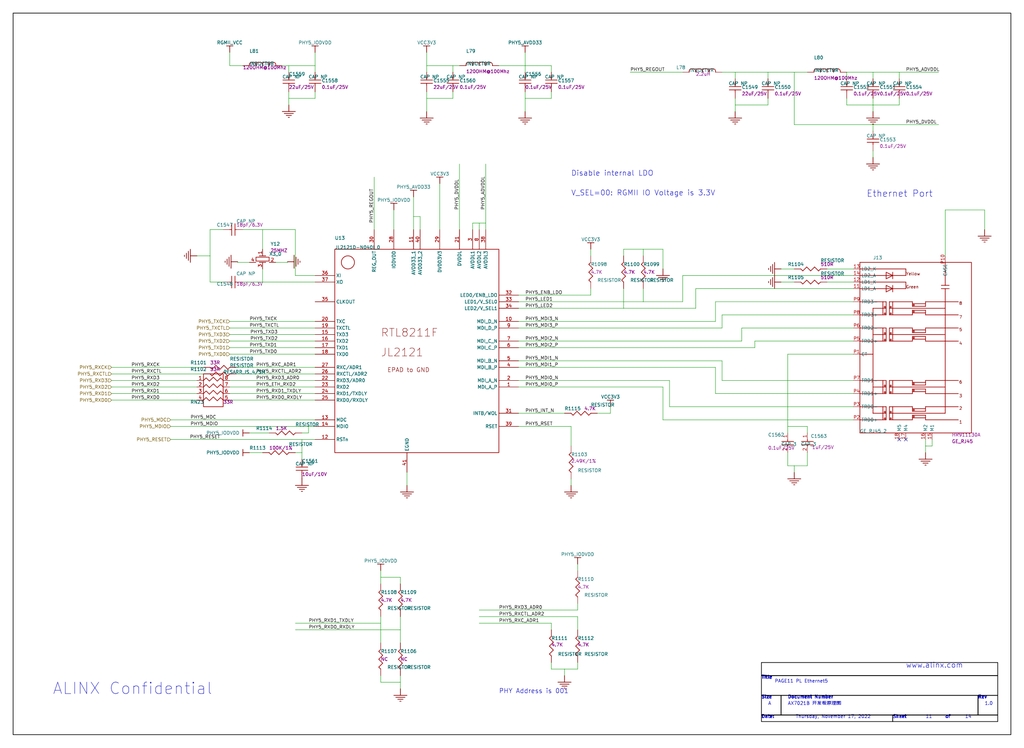
<source format=kicad_sch>
(kicad_sch (version 20231120) (generator "eeschema") (generator_version "8.0")
  (paper "User" 396.24 289.56)
  (title_block (title "PAGE11 PL Ethernet5"))
  (no_connect (at 347.98 170.18))
  (no_connect (at 350.52 170.18))
  (wire (pts (xy 276.86 116.84) (xy 330.2 116.84)))
  (wire (pts (xy 279.4 121.92) (xy 330.2 121.92)))
  (wire (pts (xy 223.52 259.08) (xy 223.52 256.54)))
  (wire (pts (xy 337.82 40.64) (xy 347.98 40.64)))
  (wire (pts (xy 279.4 147.32) (xy 330.2 147.32)))
  (wire (pts (xy 111.252 101.346) (xy 111.252 101.6)))
  (wire (pts (xy 111.76 38.1) (xy 121.92 38.1)))
  (wire (pts (xy 121.92 25.4) (xy 111.76 25.4)))
  (wire (pts (xy 116.84 175.26) (xy 116.84 170.18)))
  (wire (pts (xy 330.2 111.76) (xy 269.24 111.76)))
  (wire (pts (xy 307.34 48.26) (xy 307.34 27.94)))
  (wire (pts (xy 218.44 261.62) (xy 218.44 259.08)))
  (wire (pts (xy 327.66 30.48) (xy 327.66 27.94)))
  (wire (pts (xy 269.24 111.76) (xy 269.24 119.38)))
  (wire (pts (xy 147.32 223.52) (xy 147.32 226.06)))
  (wire (pts (xy 297.18 38.1) (xy 297.18 40.64)))
  (wire (pts (xy 88.9 137.16) (xy 121.92 137.16)))
  (wire (pts (xy 304.8 167.64) (xy 304.8 165.1)))
  (wire (pts (xy 279.4 127) (xy 279.4 121.92)))
  (wire (pts (xy 360.68 172.72) (xy 358.14 172.72)))
  (wire (pts (xy 165.1 35.56) (xy 165.1 38.1)))
  (wire (pts (xy 200.66 116.84) (xy 248.92 116.84)))
  (wire (pts (xy 200.66 147.32) (xy 259.08 147.32)))
  (wire (pts (xy 165.1 25.4) (xy 175.26 25.4)))
  (wire (pts (xy 88.9 129.54) (xy 121.92 129.54)))
  (wire (pts (xy 200.66 114.3) (xy 228.6 114.3)))
  (wire (pts (xy 175.26 38.1) (xy 165.1 38.1)))
  (wire (pts (xy 213.36 35.56) (xy 213.36 38.1)))
  (wire (pts (xy 111.76 38.1) (xy 111.76 35.56)))
  (wire (pts (xy 307.34 104.14) (xy 302.26 104.14)))
  (wire (pts (xy 104.14 167.64) (xy 96.52 167.64)))
  (wire (pts (xy 116.84 175.26) (xy 114.3 175.26)))
  (wire (pts (xy 287.02 132.08) (xy 287.02 127)))
  (wire (pts (xy 203.2 20.32) (xy 203.2 25.4)))
  (wire (pts (xy 284.48 40.64) (xy 284.48 38.1)))
  (wire (pts (xy 347.98 27.94) (xy 363.22 27.94)))
  (wire (pts (xy 116.84 167.64) (xy 119.38 167.64)))
  (wire (pts (xy 101.6 96.52) (xy 101.6 88.9)))
  (wire (pts (xy 264.16 116.84) (xy 264.16 106.68)))
  (wire (pts (xy 157.48 187.96) (xy 157.48 182.88)))
  (wire (pts (xy 307.34 180.34) (xy 312.42 180.34)))
  (wire (pts (xy 88.9 147.32) (xy 121.92 147.32)))
  (wire (pts (xy 276.86 142.24) (xy 276.86 152.4)))
  (wire (pts (xy 218.44 259.08) (xy 223.52 259.08)))
  (wire (pts (xy 111.252 101.6) (xy 106.68 101.6)))
  (wire (pts (xy 297.18 40.64) (xy 284.48 40.64)))
  (wire (pts (xy 213.36 25.4) (xy 203.2 25.4)))
  (wire (pts (xy 228.6 111.76) (xy 228.6 114.3)))
  (wire (pts (xy 330.2 109.22) (xy 320.04 109.22)))
  (wire (pts (xy 114.3 243.84) (xy 154.94 243.84)))
  (wire (pts (xy 259.08 147.32) (xy 259.08 157.48)))
  (wire (pts (xy 182.88 86.36) (xy 182.88 88.9)))
  (wire (pts (xy 43.18 154.94) (xy 76.2 154.94)))
  (wire (pts (xy 101.6 88.9) (xy 93.98 88.9)))
  (wire (pts (xy 276.86 124.46) (xy 276.86 116.84)))
  (wire (pts (xy 276.86 152.4) (xy 330.2 152.4)))
  (wire (pts (xy 81.28 109.22) (xy 81.28 99.06)))
  (wire (pts (xy 304.8 165.1) (xy 304.8 137.16)))
  (wire (pts (xy 213.36 243.84) (xy 213.36 241.3)))
  (wire (pts (xy 248.92 116.84) (xy 264.16 116.84)))
  (wire (pts (xy 304.8 137.16) (xy 330.2 137.16)))
  (wire (pts (xy 358.14 172.72) (xy 358.14 170.18)))
  (wire (pts (xy 185.42 241.3) (xy 213.36 241.3)))
  (wire (pts (xy 88.9 127) (xy 121.92 127)))
  (wire (pts (xy 347.98 27.94) (xy 337.82 27.94)))
  (wire (pts (xy 121.92 25.4) (xy 121.92 20.32)))
  (wire (pts (xy 200.66 124.46) (xy 276.86 124.46)))
  (wire (pts (xy 177.8 63.5) (xy 177.8 88.9)))
  (wire (pts (xy 307.34 27.94) (xy 297.18 27.94)))
  (wire (pts (xy 220.98 165.1) (xy 220.98 172.72)))
  (wire (pts (xy 185.42 238.76) (xy 223.52 238.76)))
  (wire (pts (xy 241.3 99.06) (xy 241.3 96.52)))
  (wire (pts (xy 88.9 134.62) (xy 121.92 134.62)))
  (wire (pts (xy 147.32 241.3) (xy 147.32 238.76)))
  (wire (pts (xy 312.42 165.1) (xy 304.8 165.1)))
  (wire (pts (xy 200.66 119.38) (xy 241.3 119.38)))
  (wire (pts (xy 337.82 27.94) (xy 337.82 30.48)))
  (wire (pts (xy 101.6 109.22) (xy 93.98 109.22)))
  (wire (pts (xy 160.02 83.82) (xy 162.56 83.82)))
  (wire (pts (xy 358.14 175.26) (xy 358.14 172.72)))
  (wire (pts (xy 307.34 109.22) (xy 302.26 109.22)))
  (wire (pts (xy 241.3 96.52) (xy 248.92 96.52)))
  (wire (pts (xy 187.96 86.36) (xy 185.42 86.36)))
  (wire (pts (xy 81.28 88.9) (xy 81.28 99.06)))
  (wire (pts (xy 96.52 101.6) (xy 91.948 101.6)))
  (wire (pts (xy 147.32 248.92) (xy 147.32 241.3)))
  (wire (pts (xy 337.82 48.26) (xy 337.82 50.8)))
  (wire (pts (xy 43.18 142.24) (xy 78.74 142.24)))
  (wire (pts (xy 91.44 142.24) (xy 121.92 142.24)))
  (wire (pts (xy 88.9 154.94) (xy 121.92 154.94)))
  (wire (pts (xy 337.82 43.18) (xy 337.82 40.64)))
  (wire (pts (xy 114.3 88.9) (xy 114.3 106.68)))
  (wire (pts (xy 312.42 27.94) (xy 307.34 27.94)))
  (wire (pts (xy 223.52 220.98) (xy 223.52 218.44)))
  (wire (pts (xy 119.38 167.64) (xy 119.38 165.1)))
  (wire (pts (xy 256.54 162.56) (xy 256.54 149.86)))
  (wire (pts (xy 256.54 96.52) (xy 256.54 104.14)))
  (wire (pts (xy 114.3 106.68) (xy 121.92 106.68)))
  (wire (pts (xy 360.68 170.18) (xy 360.68 172.72)))
  (wire (pts (xy 43.18 147.32) (xy 76.2 147.32)))
  (wire (pts (xy 259.08 157.48) (xy 330.2 157.48)))
  (wire (pts (xy 203.2 38.1) (xy 203.2 35.56)))
  (wire (pts (xy 248.92 96.52) (xy 248.92 99.06)))
  (wire (pts (xy 200.66 127) (xy 279.4 127)))
  (wire (pts (xy 101.6 109.22) (xy 101.6 104.14)))
  (wire (pts (xy 327.66 40.64) (xy 337.82 40.64)))
  (wire (pts (xy 223.52 233.68) (xy 223.52 236.22)))
  (wire (pts (xy 165.1 38.1) (xy 165.1 43.18)))
  (wire (pts (xy 203.2 25.4) (xy 203.2 27.94)))
  (wire (pts (xy 86.36 109.22) (xy 81.28 109.22)))
  (wire (pts (xy 160.02 83.82) (xy 160.02 76.2)))
  (wire (pts (xy 248.92 111.76) (xy 248.92 116.84)))
  (wire (pts (xy 111.76 40.64) (xy 111.76 38.1)))
  (wire (pts (xy 66.04 170.18) (xy 116.84 170.18)))
  (wire (pts (xy 154.94 248.92) (xy 154.94 243.84)))
  (wire (pts (xy 93.98 25.4) (xy 88.9 25.4)))
  (wire (pts (xy 312.42 180.34) (xy 312.42 175.26)))
  (wire (pts (xy 144.78 68.58) (xy 144.78 88.9)))
  (wire (pts (xy 203.2 43.18) (xy 203.2 38.1)))
  (wire (pts (xy 200.66 165.1) (xy 220.98 165.1)))
  (wire (pts (xy 337.82 48.26) (xy 307.34 48.26)))
  (wire (pts (xy 213.36 27.94) (xy 213.36 25.4)))
  (wire (pts (xy 347.98 30.48) (xy 347.98 27.94)))
  (wire (pts (xy 88.9 124.46) (xy 121.92 124.46)))
  (wire (pts (xy 121.92 170.18) (xy 116.84 170.18)))
  (wire (pts (xy 43.18 152.4) (xy 76.2 152.4)))
  (wire (pts (xy 337.82 40.64) (xy 337.82 38.1)))
  (wire (pts (xy 200.66 134.62) (xy 292.1 134.62)))
  (wire (pts (xy 88.9 132.08) (xy 121.92 132.08)))
  (wire (pts (xy 160.02 88.9) (xy 160.02 83.82)))
  (wire (pts (xy 347.98 40.64) (xy 347.98 38.1)))
  (wire (pts (xy 337.82 27.94) (xy 327.66 27.94)))
  (wire (pts (xy 152.4 88.9) (xy 152.4 81.28)))
  (wire (pts (xy 304.8 180.34) (xy 304.8 175.26)))
  (wire (pts (xy 121.92 27.94) (xy 121.92 25.4)))
  (wire (pts (xy 88.9 152.4) (xy 121.92 152.4)))
  (wire (pts (xy 312.42 167.64) (xy 312.42 165.1)))
  (wire (pts (xy 147.32 264.16) (xy 147.32 261.62)))
  (wire (pts (xy 236.22 160.02) (xy 231.14 160.02)))
  (wire (pts (xy 220.98 187.96) (xy 220.98 185.42)))
  (wire (pts (xy 297.18 30.48) (xy 297.18 27.94)))
  (wire (pts (xy 121.92 38.1) (xy 121.92 35.56)))
  (wire (pts (xy 185.42 236.22) (xy 223.52 236.22)))
  (wire (pts (xy 327.66 38.1) (xy 327.66 40.64)))
  (wire (pts (xy 43.18 144.78) (xy 78.74 144.78)))
  (wire (pts (xy 66.04 162.56) (xy 121.92 162.56)))
  (wire (pts (xy 330.2 162.56) (xy 256.54 162.56)))
  (wire (pts (xy 307.34 182.88) (xy 307.34 180.34)))
  (wire (pts (xy 200.66 149.86) (xy 256.54 149.86)))
  (wire (pts (xy 154.94 264.16) (xy 154.94 261.62)))
  (wire (pts (xy 279.4 139.7) (xy 279.4 147.32)))
  (wire (pts (xy 292.1 132.08) (xy 330.2 132.08)))
  (wire (pts (xy 101.6 175.26) (xy 96.52 175.26)))
  (wire (pts (xy 200.66 142.24) (xy 276.86 142.24)))
  (wire (pts (xy 337.82 48.26) (xy 363.22 48.26)))
  (wire (pts (xy 264.16 106.68) (xy 330.2 106.68)))
  (wire (pts (xy 88.9 25.4) (xy 88.9 20.32)))
  (wire (pts (xy 154.94 243.84) (xy 154.94 238.76)))
  (wire (pts (xy 175.26 35.56) (xy 175.26 38.1)))
  (wire (pts (xy 154.94 266.7) (xy 154.94 264.16)))
  (wire (pts (xy 200.66 132.08) (xy 287.02 132.08)))
  (wire (pts (xy 241.3 119.38) (xy 241.3 111.76)))
  (wire (pts (xy 284.48 43.18) (xy 284.48 40.64)))
  (wire (pts (xy 101.6 88.9) (xy 114.3 88.9)))
  (wire (pts (xy 284.48 27.94) (xy 279.4 27.94)))
  (wire (pts (xy 223.52 243.84) (xy 223.52 238.76)))
  (wire (pts (xy 116.84 177.8) (xy 116.84 175.26)))
  (wire (pts (xy 121.92 109.22) (xy 101.6 109.22)))
  (wire (pts (xy 292.1 134.62) (xy 292.1 132.08)))
  (wire (pts (xy 66.04 165.1) (xy 119.38 165.1)))
  (wire (pts (xy 88.9 149.86) (xy 121.92 149.86)))
  (wire (pts (xy 330.2 104.14) (xy 320.04 104.14)))
  (wire (pts (xy 213.36 38.1) (xy 203.2 38.1)))
  (wire (pts (xy 170.18 88.9) (xy 170.18 71.12)))
  (wire (pts (xy 91.44 144.78) (xy 121.92 144.78)))
  (wire (pts (xy 236.22 157.48) (xy 236.22 160.02)))
  (wire (pts (xy 213.36 259.08) (xy 218.44 259.08)))
  (wire (pts (xy 185.42 86.36) (xy 182.88 86.36)))
  (wire (pts (xy 175.26 27.94) (xy 175.26 25.4)))
  (wire (pts (xy 121.92 165.1) (xy 119.38 165.1)))
  (wire (pts (xy 43.18 149.86) (xy 76.2 149.86)))
  (wire (pts (xy 213.36 256.54) (xy 213.36 259.08)))
  (wire (pts (xy 165.1 25.4) (xy 165.1 20.32)))
  (wire (pts (xy 248.92 96.52) (xy 256.54 96.52)))
  (wire (pts (xy 287.02 127) (xy 330.2 127)))
  (wire (pts (xy 111.76 25.4) (xy 111.76 27.94)))
  (wire (pts (xy 228.6 99.06) (xy 228.6 96.52)))
  (wire (pts (xy 269.24 119.38) (xy 241.3 119.38)))
  (wire (pts (xy 165.1 27.94) (xy 165.1 25.4)))
  (wire (pts (xy 381 81.28) (xy 381 88.9)))
  (wire (pts (xy 200.66 139.7) (xy 279.4 139.7)))
  (wire (pts (xy 284.48 30.48) (xy 284.48 27.94)))
  (wire (pts (xy 109.22 25.4) (xy 111.76 25.4)))
  (wire (pts (xy 365.76 81.28) (xy 381 81.28)))
  (wire (pts (xy 175.26 25.4) (xy 177.8 25.4)))
  (wire (pts (xy 162.56 83.82) (xy 162.56 88.9)))
  (wire (pts (xy 86.36 88.9) (xy 81.28 88.9)))
  (wire (pts (xy 147.32 223.52) (xy 147.32 220.98)))
  (wire (pts (xy 365.76 99.06) (xy 365.76 81.28)))
  (wire (pts (xy 154.94 223.52) (xy 147.32 223.52)))
  (wire (pts (xy 187.96 88.9) (xy 187.96 86.36)))
  (wire (pts (xy 154.94 226.06) (xy 154.94 223.52)))
  (wire (pts (xy 264.16 27.94) (xy 243.84 27.94)))
  (wire (pts (xy 337.82 60.96) (xy 337.82 58.42)))
  (wire (pts (xy 203.2 25.4) (xy 193.04 25.4)))
  (wire (pts (xy 307.34 180.34) (xy 304.8 180.34)))
  (wire (pts (xy 91.948 101.6) (xy 91.948 101.346)))
  (wire (pts (xy 297.18 27.94) (xy 284.48 27.94)))
  (wire (pts (xy 200.66 160.02) (xy 218.44 160.02)))
  (wire (pts (xy 187.96 63.5) (xy 187.96 86.36)))
  (wire (pts (xy 81.28 99.06) (xy 76.2 99.06)))
  (wire (pts (xy 114.3 241.3) (xy 147.32 241.3)))
  (wire (pts (xy 185.42 88.9) (xy 185.42 86.36)))
  (wire (pts (xy 154.94 264.16) (xy 147.32 264.16)))
  (rectangle (start 386.08 276.86) (end 345.44 279.4) (stroke (width 0.254) (color 0 0 0 1)))
  (rectangle (start 386.08 261.62) (end 294.64 269.24) (stroke (width 0.254) (color 0 0 0 1)))
  (rectangle (start 302.26 269.24) (end 294.64 276.86) (stroke (width 0.254) (color 0 0 0 1)))
  (rectangle (start 378.46 269.24) (end 302.26 276.86) (stroke (width 0.254) (color 0 0 0 1)))
  (rectangle (start 345.44 276.86) (end 294.64 279.4) (stroke (width 0.254) (color 0 0 0 1)))
  (rectangle (start 391.16 5.08) (end 5.08 284.48) (stroke (width 0.254) (color 0 0 0 1)))
  (rectangle (start 386.08 269.24) (end 378.46 276.86) (stroke (width 0.254) (color 0 0 0 1)))
  (rectangle (start 386.08 256.54) (end 294.64 261.62) (stroke (width 0.254) (color 0 0 0 1)))
  (text "www.alinx.com" (at 350.52 256.54 0) (effects (font (size 2.032 2.032)) (justify left top)))
  (text "Rev" (at 378.46 269.24 0) (effects (font (size 1.27 1.27)) (justify left top)))
  (text "A" (at 297.18 271.78 0) (effects (font (size 1.27 1.27)) (justify left top)))
  (text "Rev" (at 378.46 269.24 0) (effects (font (size 1.27 1.27)) (justify left top)))
  (text "of" (at 365.76 276.86 0) (effects (font (size 1.27 1.27)) (justify left top)))
  (text "Date:" (at 294.64 276.86 0) (effects (font (size 1.27 1.27)) (justify left top)))
  (text "Sheet" (at 345.44 276.86 0) (effects (font (size 1.27 1.27)) (justify left top)))
  (text "Date:" (at 294.64 276.86 0) (effects (font (size 1.27 1.27)) (justify left top)))
  (text "Sheet" (at 345.44 276.86 0) (effects (font (size 1.27 1.27)) (justify left top)))
  (text "Title" (at 294.64 261.62 0) (effects (font (size 1.27 1.27)) (justify left top)))
  (text "Size" (at 294.64 269.24 0) (effects (font (size 1.27 1.27)) (justify left top)))
  (text "Size" (at 294.64 269.24 0) (effects (font (size 1.27 1.27)) (justify left top)))
  (text "Rev" (at 378.46 269.24 0) (effects (font (size 1.27 1.27)) (justify left top)))
  (text "Rev" (at 378.46 269.24 0) (effects (font (size 1.27 1.27)) (justify left top)))
  (text "Date:" (at 294.64 276.86 0) (effects (font (size 1.27 1.27)) (justify left top)))
  (text "Date:" (at 294.64 276.86 0) (effects (font (size 1.27 1.27)) (justify left top)))
  (text "Date:" (at 294.64 276.86 0) (effects (font (size 1.27 1.27)) (justify left top)))
  (text "ALINX Confidential" (at 20.32 264.16 0) (effects (font (size 4.445 4.445)) (justify left top)))
  (text "Document Number" (at 304.8 269.24 0) (effects (font (size 1.27 1.27)) (justify left top)))
  (text "Date:" (at 294.64 276.86 0) (effects (font (size 1.27 1.27)) (justify left top)))
  (text "Sheet" (at 345.44 276.86 0) (effects (font (size 1.27 1.27)) (justify left top)))
  (text "Size" (at 294.64 269.24 0) (effects (font (size 1.27 1.27)) (justify left top)))
  (text "AX7021B 开发板原理图" (at 304.8 271.78 0) (effects (font (size 1.27 1.27)) (justify left top)))
  (text "Document Number" (at 304.8 269.24 0) (effects (font (size 1.27 1.27)) (justify left top)))
  (text "Rev" (at 378.46 269.24 0) (effects (font (size 1.27 1.27)) (justify left top)))
  (text "of" (at 365.76 276.86 0) (effects (font (size 1.27 1.27)) (justify left top)))
  (text "of" (at 365.76 276.86 0) (effects (font (size 1.27 1.27)) (justify left top)))
  (text "Ethernet Port" (at 335.28 73.66 0) (effects (font (size 2.54 2.54)) (justify left top)))
  (text "Sheet" (at 345.44 276.86 0) (effects (font (size 1.27 1.27)) (justify left top)))
  (text "of" (at 365.76 276.86 0) (effects (font (size 1.27 1.27)) (justify left top)))
  (text "Sheet" (at 345.44 276.86 0) (effects (font (size 1.27 1.27)) (justify left top)))
  (text "Sheet" (at 345.44 276.86 0) (effects (font (size 1.27 1.27)) (justify left top)))
  (text "Rev" (at 378.46 269.24 0) (effects (font (size 1.27 1.27)) (justify left top)))
  (text "Sheet" (at 345.44 276.86 0) (effects (font (size 1.27 1.27)) (justify left top)))
  (text "Title" (at 294.64 261.62 0) (effects (font (size 1.27 1.27)) (justify left top)))
  (text "PAGE11 PL Ethernet5" (at 299.72 263.144 0) (effects (font (size 1.27 1.27)) (justify left top)))
  (text "Size" (at 294.64 269.24 0) (effects (font (size 1.27 1.27)) (justify left top)))
  (text "of" (at 365.76 276.86 0) (effects (font (size 1.27 1.27)) (justify left top)))
  (text "Document Number" (at 304.8 269.24 0) (effects (font (size 1.27 1.27)) (justify left top)))
  (text "Size" (at 294.64 269.24 0) (effects (font (size 1.27 1.27)) (justify left top)))
  (text "11" (at 358.14 276.86 0) (effects (font (size 1.27 1.27)) (justify left top)))
  (text "Size" (at 294.64 269.24 0) (effects (font (size 1.27 1.27)) (justify left top)))
  (text "V_SEL=00: RGMII IO Voltage is 3.3V" (at 220.98 73.66 0) (effects (font (size 2.032 2.032)) (justify left top)))
  (text "Document Number" (at 304.8 269.24 0) (effects (font (size 1.27 1.27)) (justify left top)))
  (text "Size" (at 294.64 269.24 0) (effects (font (size 1.27 1.27)) (justify left top)))
  (text "of" (at 365.76 276.86 0) (effects (font (size 1.27 1.27)) (justify left top)))
  (text "Sheet" (at 345.44 276.86 0) (effects (font (size 1.27 1.27)) (justify left top)))
  (text "Thursday, November 17, 2022" (at 307.848 276.86 0) (effects (font (size 1.27 1.27)) (justify left top)))
  (text "Title" (at 294.64 261.62 0) (effects (font (size 1.27 1.27)) (justify left top)))
  (text "of" (at 365.76 276.86 0) (effects (font (size 1.27 1.27)) (justify left top)))
  (text "Rev" (at 378.46 269.24 0) (effects (font (size 1.27 1.27)) (justify left top)))
  (text "Date:" (at 294.64 276.86 0) (effects (font (size 1.27 1.27)) (justify left top)))
  (text "Document Number" (at 304.8 269.24 0) (effects (font (size 1.27 1.27)) (justify left top)))
  (text "Document Number" (at 304.8 269.24 0) (effects (font (size 1.27 1.27)) (justify left top)))
  (text "PHY Address is 001" (at 193.04 266.7 0) (effects (font (size 1.778 1.778)) (justify left top)))
  (text "Sheet" (at 345.44 276.86 0) (effects (font (size 1.27 1.27)) (justify left top)))
  (text "14" (at 373.38 276.86 0) (effects (font (size 1.27 1.27)) (justify left top)))
  (text "Document Number" (at 304.8 269.24 0) (effects (font (size 1.27 1.27)) (justify left top)))
  (text "Date:" (at 294.64 276.86 0) (effects (font (size 1.27 1.27)) (justify left top)))
  (text "Document Number" (at 304.8 269.24 0) (effects (font (size 1.27 1.27)) (justify left top)))
  (text "Title" (at 294.64 261.62 0) (effects (font (size 1.27 1.27)) (justify left top)))
  (text "Document Number" (at 304.8 269.24 0) (effects (font (size 1.27 1.27)) (justify left top)))
  (text "Title" (at 294.64 261.62 0) (effects (font (size 1.27 1.27)) (justify left top)))
  (text "Title" (at 294.64 261.62 0) (effects (font (size 1.27 1.27)) (justify left top)))
  (text "Date:" (at 294.64 276.86 0) (effects (font (size 1.27 1.27)) (justify left top)))
  (text "Size" (at 294.64 269.24 0) (effects (font (size 1.27 1.27)) (justify left top)))
  (text "Title" (at 294.64 261.62 0) (effects (font (size 1.27 1.27)) (justify left top)))
  (text "Size" (at 294.64 269.24 0) (effects (font (size 1.27 1.27)) (justify left top)))
  (text "Size" (at 294.64 269.24 0) (effects (font (size 1.27 1.27)) (justify left top)))
  (text "of" (at 365.76 276.86 0) (effects (font (size 1.27 1.27)) (justify left top)))
  (text "Size" (at 294.64 269.24 0) (effects (font (size 1.27 1.27)) (justify left top)))
  (text "Title" (at 294.64 261.62 0) (effects (font (size 1.27 1.27)) (justify left top)))
  (text "Rev" (at 378.46 269.24 0) (effects (font (size 1.27 1.27)) (justify left top)))
  (text "Date:" (at 294.64 276.86 0) (effects (font (size 1.27 1.27)) (justify left top)))
  (text "Rev" (at 378.46 269.24 0) (effects (font (size 1.27 1.27)) (justify left top)))
  (text "Sheet" (at 345.44 276.86 0) (effects (font (size 1.27 1.27)) (justify left top)))
  (text "Sheet" (at 345.44 276.86 0) (effects (font (size 1.27 1.27)) (justify left top)))
  (text "of" (at 365.76 276.86 0) (effects (font (size 1.27 1.27)) (justify left top)))
  (text "Date:" (at 294.64 276.86 0) (effects (font (size 1.27 1.27)) (justify left top)))
  (text "Document Number" (at 304.8 269.24 0) (effects (font (size 1.27 1.27)) (justify left top)))
  (text "of" (at 365.76 276.86 0) (effects (font (size 1.27 1.27)) (justify left top)))
  (text "Title" (at 294.64 261.62 0) (effects (font (size 1.27 1.27)) (justify left top)))
  (text "Disable internal LDO" (at 220.98 66.04 0) (effects (font (size 2.032 2.032)) (justify left top)))
  (text "Title" (at 294.64 261.62 0) (effects (font (size 1.27 1.27)) (justify left top)))
  (text "1.0" (at 381 271.78 0) (effects (font (size 1.27 1.27)) (justify left top)))
  (text "Title" (at 294.64 261.62 0) (effects (font (size 1.27 1.27)) (justify left top)))
  (text "Rev" (at 378.46 269.24 0) (effects (font (size 1.27 1.27)) (justify left top)))
  (text "of" (at 365.76 276.86 0) (effects (font (size 1.27 1.27)) (justify left top)))
  (text "Rev" (at 378.46 269.24 0) (effects (font (size 1.27 1.27)) (justify left top)))
  (text "Document Number" (at 304.8 269.24 0) (effects (font (size 1.27 1.27)) (justify left top)))
  (label "PHY5_RXD0_RXDLY" (at 99.06 154.94 0))
  (label "PHY5_LED2" (at 203.2 119.38 0))
  (label "PHY5_REGOUT" (at 243.84 27.94 0))
  (label "PHY5_MDIO" (at 73.66 165.1 0))
  (label "PHY5_RESET" (at 73.406 170.18 0))
  (label "PHY5_TXD0" (at 96.52 137.16 0))
  (label "PHY5_MDI3_P" (at 203.2 127 0))
  (label "PHY5_RXC_ADR1" (at 99.06 142.24 0))
  (label "PHY5_TXD3" (at 96.774 129.54 0))
  (label "PHY5_RXD3_ADR0" (at 193.04 236.22 0))
  (label "PHY5_INT_N" (at 203.2 160.02 0))
  (label "PHY5_RXCTL" (at 50.8 144.78 0))
  (label "PHY5_REGOUT" (at 144.78 86.36 90))
  (label "PHY5_RXD0" (at 50.8 154.94 0))
  (label "PHY5_TXD2" (at 96.774 132.08 0))
  (label "PHY5_RXD3" (at 50.8 147.32 0))
  (label "PHY5_DVDDL" (at 350.52 48.26 0))
  (label "PHY5_RXD1" (at 50.8 152.4 0))
  (label "PHY5_RXD3_ADR0" (at 99.06 147.32 0))
  (label "PHY5_MDI0_N" (at 203.2 147.32 0))
  (label "PHY5_RXCTL_ADR2" (at 193.04 238.76 0))
  (label "PHY5_LED1" (at 203.2 116.84 0))
  (label "PHY5_TXCK" (at 96.52 124.46 0))
  (label "PHY5_TXCTL" (at 96.52 127 0))
  (label "PHY5_MDI0_P" (at 203.2 149.86 0))
  (label "PHY5_MDI1_N" (at 203.2 139.7 0))
  (label "PHY5_RXCTL_ADR2" (at 99.06 144.78 0))
  (label "PHY5_MDI3_N" (at 203.2 124.46 0))
  (label "PHY5_DVDDL" (at 177.8 81.28 90))
  (label "PHY5_ADVDDL" (at 350.52 27.94 0))
  (label "PHY5_RXCK" (at 50.8 142.24 0))
  (label "PHY5_RXD1_TXDLY" (at 119.38 241.3 0))
  (label "PHY5_TXD1" (at 96.52 134.62 0))
  (label "PHY5_MDC" (at 73.66 162.56 0))
  (label "PHY5_ENB_LDO" (at 203.2 114.3 0))
  (label "PHY5_ETH_RXD2" (at 99.06 149.86 0))
  (label "PHY5_RXD2" (at 50.8 149.86 0))
  (label "PHY5_RXD0_RXDLY" (at 119.38 243.84 0))
  (label "PHY5_MDI2_N" (at 203.2 132.08 0))
  (label "PHY5_MDI2_P" (at 203.2 134.62 0))
  (label "PHY5_MDI1_P" (at 203.2 142.24 0))
  (label "PHY5_RXD1_TXDLY" (at 99.06 152.4 0))
  (label "PHY5_RXC_ADR1" (at 193.04 241.3 0))
  (label "PHY5_ADVDDL" (at 187.96 81.28 90))
  (label "PHY5_RSET" (at 203.2 165.1 0))
  (hierarchical_label "PHY5_RESET" (shape input) (at 66.04 170.18 180))
  (hierarchical_label "PHY5_RXD3" (shape input) (at 43.18 147.32 180))
  (hierarchical_label "PHY5_TXCTL" (shape input) (at 88.9 127 180))
  (hierarchical_label "PHY5_RXCTL" (shape input) (at 43.18 144.78 180))
  (hierarchical_label "PHY5_RXD1" (shape input) (at 43.18 152.4 180))
  (hierarchical_label "PHY5_MDC" (shape input) (at 66.04 162.56 180))
  (hierarchical_label "PHY5_TXD2" (shape input) (at 88.9 132.08 180))
  (hierarchical_label "PHY5_TXD1" (shape input) (at 88.9 134.62 180))
  (hierarchical_label "PHY5_MDIO" (shape input) (at 66.04 165.1 180))
  (hierarchical_label "PHY5_TXCK" (shape input) (at 88.9 124.46 180))
  (hierarchical_label "PHY5_TXD0" (shape input) (at 88.9 137.16 180))
  (hierarchical_label "PHY5_RXD2" (shape input) (at 43.18 149.86 180))
  (hierarchical_label "PHY5_RXCK" (shape input) (at 43.18 142.24 180))
  (hierarchical_label "PHY5_TXD3" (shape input) (at 88.9 129.54 180))
  (hierarchical_label "PHY5_RXD0" (shape input) (at 43.18 154.94 180))
  (symbol (lib_id "getting sheets-altium-import:root_2_RESISTOR") (at 149.86 236.22 0) (unit 1)
    (property "Reference" "R1108" (at 147.32 228.6 0) (effects (justify left top)))
    (property "Value" "RESISTOR" (at 149.86 236.22 0) (effects (justify left bottom)))
    (property "SYMBOL" "RESISTOR" (effects (hide yes)))
    (property "DEVICE" "RESISTOR" (effects (hide yes)))
    (property "PCB FOOTPRINT" "R0402" (effects (hide yes)))
    (property "SOURCE PACKAGE" "RESISTOR" (effects (hide yes)))
    (property "PRIMITIVE" "DEFAULT" (effects (hide yes)))
    (property "VA" "电阻" (effects (hide yes)))
    (property "ALTIUM_VALUE" "4.7K" (at 147.32 231.648 0) (effects (justify left top)))
    (property "IMPLEMENTATION TYPE" "<none>" (effects (hide yes)))
    (property "POWER PINS VISIBLE" "False" (effects (hide yes)))
    (property "ADD INTO BOM" "yes" (effects (hide yes)))
    (property "CONVERT TO PCB" "yes" (effects (hide yes)))
    (property "ORIGIN FOOTPRINT" "R0402" (effects (hide yes)))
  )
  (symbol (lib_id "getting sheets-altium-import:root_0_CAP NP") (at 210.82 30.48 0) (unit 1)
    (property "Reference" "C1557" (at 215.9 30.48 0) (effects (justify left top)))
    (property "Value" "CAP NP" (at 210.82 30.48 0) (effects (justify left bottom)))
    (property "SYMBOL" "CAP NP" (effects (hide yes)))
    (property "DEVICE" "CAP NP" (effects (hide yes)))
    (property "PCB FOOTPRINT" "C0402" (effects (hide yes)))
    (property "SOURCE PACKAGE" "CAP NP" (effects (hide yes)))
    (property "PRIMITIVE" "DEFAULT" (effects (hide yes)))
    (property "VA" "电容" (effects (hide yes)))
    (property "ALTIUM_VALUE" "0.1uF/25V" (at 215.9 33.02 0) (effects (justify left top)))
    (property "IMPLEMENTATION TYPE" "<none>" (effects (hide yes)))
    (property "POWER PINS VISIBLE" "False" (effects (hide yes)))
    (property "ADD INTO BOM" "yes" (effects (hide yes)))
    (property "CONVERT TO PCB" "yes" (effects (hide yes)))
    (property "ORIGIN FOOTPRINT" "C0402" (effects (hide yes)))
  )
  (symbol (lib_id "getting sheets-altium-import:root_0_CAP NP") (at 200.66 30.48 0) (unit 1)
    (property "Reference" "C1556" (at 203.2 27.94 0) (effects (justify left top)))
    (property "Value" "CAP NP" (at 200.66 30.48 0) (effects (justify left bottom)))
    (property "SYMBOL" "CAP NP" (effects (hide yes)))
    (property "DEVICE" "CAP NP" (effects (hide yes)))
    (property "PCB FOOTPRINT" "C0402" (effects (hide yes)))
    (property "SOURCE PACKAGE" "CAP NP" (effects (hide yes)))
    (property "PRIMITIVE" "DEFAULT" (effects (hide yes)))
    (property "VA" "电容" (effects (hide yes)))
    (property "ALTIUM_VALUE" "0.1uF/25V" (at 203.2 33.02 0) (effects (justify left top)))
    (property "IMPLEMENTATION TYPE" "<none>" (effects (hide yes)))
    (property "POWER PINS VISIBLE" "False" (effects (hide yes)))
    (property "ADD INTO BOM" "yes" (effects (hide yes)))
    (property "CONVERT TO PCB" "yes" (effects (hide yes)))
    (property "ORIGIN FOOTPRINT" "C0402" (effects (hide yes)))
  )
  (symbol (lib_id "getting sheets-altium-import:root_2_RESISTOR") (at 223.52 182.88 0) (unit 1)
    (property "Reference" "R1103" (at 220.98 175.26 0) (effects (justify left top)))
    (property "Value" "RESISTOR" (at 223.52 182.88 0) (effects (justify left bottom)))
    (property "SYMBOL" "RESISTOR" (effects (hide yes)))
    (property "DEVICE" "RESISTOR" (effects (hide yes)))
    (property "PCB FOOTPRINT" "R0402" (effects (hide yes)))
    (property "SOURCE PACKAGE" "RESISTOR" (effects (hide yes)))
    (property "PRIMITIVE" "DEFAULT" (effects (hide yes)))
    (property "VA" "电阻" (effects (hide yes)))
    (property "ALTIUM_VALUE" "2.49K/1%" (at 220.98 177.8 0) (effects (justify left top)))
    (property "IMPLEMENTATION TYPE" "<none>" (effects (hide yes)))
    (property "POWER PINS VISIBLE" "False" (effects (hide yes)))
    (property "ADD INTO BOM" "yes" (effects (hide yes)))
    (property "CONVERT TO PCB" "yes" (effects (hide yes)))
    (property "ORIGIN FOOTPRINT" "R0402" (effects (hide yes)))
  )
  (symbol (lib_id "getting sheets-altium-import:GND_POWER_GROUND") (at 302.26 104.14 270) (unit 1)
    (property "Reference" "#PWR?" (effects (hide yes)))
    (property "Value" "GND" (effects (hide yes)))
  )
  (symbol (lib_id "getting sheets-altium-import:root_0_CAP NP") (at 325.12 33.02 0) (unit 1)
    (property "Reference" "C1552" (at 330.2 33.02 0) (effects (justify left top)))
    (property "Value" "CAP NP" (at 325.12 33.02 0) (effects (justify left bottom)))
    (property "SYMBOL" "CAP NP" (effects (hide yes)))
    (property "DEVICE" "CAP NP" (effects (hide yes)))
    (property "PCB FOOTPRINT" "C0402" (effects (hide yes)))
    (property "SOURCE PACKAGE" "CAP NP" (effects (hide yes)))
    (property "PRIMITIVE" "DEFAULT" (effects (hide yes)))
    (property "VA" "电容" (effects (hide yes)))
    (property "ALTIUM_VALUE" "0.1uF/25V" (at 330.2 35.56 0) (effects (justify left top)))
    (property "IMPLEMENTATION TYPE" "<none>" (effects (hide yes)))
    (property "POWER PINS VISIBLE" "False" (effects (hide yes)))
    (property "ADD INTO BOM" "yes" (effects (hide yes)))
    (property "CONVERT TO PCB" "yes" (effects (hide yes)))
    (property "ORIGIN FOOTPRINT" "C0402" (effects (hide yes)))
  )
  (symbol (lib_id "getting sheets-altium-import:PHY5_IODVDD_BAR") (at 223.52 218.44 180) (unit 1)
    (property "Reference" "#PWR?" (effects (hide yes)))
    (property "Value" "PHY5_IODVDD" (at 223.52 214.63 0))
  )
  (symbol (lib_id "getting sheets-altium-import:root_3_RESISTOR") (at 88.9 139.7 0) (unit 1)
    (property "Reference" "R1101" (at 73.66 139.7 0) (effects (justify left top)))
    (property "Value" "RESISTOR" (at 88.9 139.7 0) (effects (justify left bottom)))
    (property "SYMBOL" "RESISTOR" (effects (hide yes)))
    (property "DEVICE" "RESISTOR" (effects (hide yes)))
    (property "PCB FOOTPRINT" "R0402" (effects (hide yes)))
    (property "SOURCE PACKAGE" "RESISTOR" (effects (hide yes)))
    (property "PRIMITIVE" "DEFAULT" (effects (hide yes)))
    (property "VA" "电阻" (effects (hide yes)))
    (property "ALTIUM_VALUE" "33R" (at 81.28 139.7 0) (effects (justify left top)))
    (property "IMPLEMENTATION TYPE" "<none>" (effects (hide yes)))
    (property "POWER PINS VISIBLE" "False" (effects (hide yes)))
    (property "ADD INTO BOM" "yes" (effects (hide yes)))
    (property "CONVERT TO PCB" "yes" (effects (hide yes)))
    (property "ORIGIN FOOTPRINT" "R0402" (effects (hide yes)))
  )
  (symbol (lib_id "getting sheets-altium-import:VCC3V3_BAR") (at 236.22 157.48 180) (unit 1)
    (property "Reference" "#PWR?" (effects (hide yes)))
    (property "Value" "VCC3V3" (at 236.22 153.67 0))
  )
  (symbol (lib_id "getting sheets-altium-import:VCC3V3_BAR") (at 170.18 71.12 180) (unit 1)
    (property "Reference" "#PWR?" (effects (hide yes)))
    (property "Value" "VCC3V3" (at 170.18 67.31 0))
  )
  (symbol (lib_id "getting sheets-altium-import:root_0_CAP NP") (at 162.56 30.48 0) (unit 1)
    (property "Reference" "C1555" (at 167.64 30.48 0) (effects (justify left top)))
    (property "Value" "CAP NP" (at 162.56 30.48 0) (effects (justify left bottom)))
    (property "SYMBOL" "CAP NP" (effects (hide yes)))
    (property "DEVICE" "CAP NP" (effects (hide yes)))
    (property "PCB FOOTPRINT" "C0805" (effects (hide yes)))
    (property "SOURCE PACKAGE" "CAP NP" (effects (hide yes)))
    (property "PRIMITIVE" "DEFAULT" (effects (hide yes)))
    (property "VA" "电容" (effects (hide yes)))
    (property "ALTIUM_VALUE" "22uF/25V" (at 167.64 33.02 0) (effects (justify left top)))
    (property "IMPLEMENTATION TYPE" "<none>" (effects (hide yes)))
    (property "POWER PINS VISIBLE" "False" (effects (hide yes)))
    (property "ADD INTO BOM" "yes" (effects (hide yes)))
    (property "CONVERT TO PCB" "yes" (effects (hide yes)))
    (property "ORIGIN FOOTPRINT" "C0805" (effects (hide yes)))
  )
  (symbol (lib_id "getting sheets-altium-import:root_0_CAP NP") (at 345.44 33.02 0) (unit 1)
    (property "Reference" "C1554" (at 350.52 33.02 0) (effects (justify left top)))
    (property "Value" "CAP NP" (at 345.44 33.02 0) (effects (justify left bottom)))
    (property "SYMBOL" "CAP NP" (effects (hide yes)))
    (property "DEVICE" "CAP NP" (effects (hide yes)))
    (property "PCB FOOTPRINT" "C0402" (effects (hide yes)))
    (property "SOURCE PACKAGE" "CAP NP" (effects (hide yes)))
    (property "PRIMITIVE" "DEFAULT" (effects (hide yes)))
    (property "VA" "电容" (effects (hide yes)))
    (property "ALTIUM_VALUE" "0.1uF/25V" (at 350.52 35.56 0) (effects (justify left top)))
    (property "IMPLEMENTATION TYPE" "<none>" (effects (hide yes)))
    (property "POWER PINS VISIBLE" "False" (effects (hide yes)))
    (property "ADD INTO BOM" "yes" (effects (hide yes)))
    (property "CONVERT TO PCB" "yes" (effects (hide yes)))
    (property "ORIGIN FOOTPRINT" "C0402" (effects (hide yes)))
  )
  (symbol (lib_id "getting sheets-altium-import:root_0_CAP NP") (at 335.28 33.02 0) (unit 1)
    (property "Reference" "C1551" (at 340.36 33.02 0) (effects (justify left top)))
    (property "Value" "CAP NP" (at 335.28 33.02 0) (effects (justify left bottom)))
    (property "SYMBOL" "CAP NP" (effects (hide yes)))
    (property "DEVICE" "CAP NP" (effects (hide yes)))
    (property "PCB FOOTPRINT" "C0402" (effects (hide yes)))
    (property "SOURCE PACKAGE" "CAP NP" (effects (hide yes)))
    (property "PRIMITIVE" "DEFAULT" (effects (hide yes)))
    (property "VA" "电容" (effects (hide yes)))
    (property "ALTIUM_VALUE" "0.1uF/25V" (at 340.36 35.56 0) (effects (justify left top)))
    (property "IMPLEMENTATION TYPE" "<none>" (effects (hide yes)))
    (property "POWER PINS VISIBLE" "False" (effects (hide yes)))
    (property "ADD INTO BOM" "yes" (effects (hide yes)))
    (property "CONVERT TO PCB" "yes" (effects (hide yes)))
    (property "ORIGIN FOOTPRINT" "C0402" (effects (hide yes)))
  )
  (symbol (lib_id "getting sheets-altium-import:VCC3V3_BAR") (at 228.6 96.52 180) (unit 1)
    (property "Reference" "#PWR?" (effects (hide yes)))
    (property "Value" "VCC3V3" (at 228.6 92.71 0))
  )
  (symbol (lib_id "getting sheets-altium-import:PHY5_AVDD33_BAR") (at 160.02 76.2 180) (unit 1)
    (property "Reference" "#PWR?" (effects (hide yes)))
    (property "Value" "PHY5_AVDD33" (at 160.02 72.39 0))
  )
  (symbol (lib_id "getting sheets-altium-import:root_0_JL2121D-N040I_0") (at 129.54 96.52 0) (unit 1)
    (property "Reference" "U13" (at 129.54 91.44 0) (effects (justify left top)))
    (property "Value" "JL2121D-N040I_0" (at 129.54 96.52 0) (effects (justify left bottom)))
    (property "SYMBOL" "JL2121D-N040I_0" (effects (hide yes)))
    (property "DEVICE" "JL2121D-N040I_0" (effects (hide yes)))
    (property "PCB FOOTPRINT" "QFN40-5x5" (effects (hide yes)))
    (property "SOURCE PACKAGE" "JL2121D-N040I_0" (effects (hide yes)))
    (property "PRIMITIVE" "DEFAULT" (effects (hide yes)))
    (property "VA" "芯片" (effects (hide yes)))
    (property "ALTIUM_VALUE" "JL2121-N040I" (effects (hide yes)))
    (property "IMPLEMENTATION TYPE" "<none>" (effects (hide yes)))
    (property "POWER PINS VISIBLE" "False" (effects (hide yes)))
    (property "ADD INTO BOM" "yes" (effects (hide yes)))
    (property "CONVERT TO PCB" "yes" (effects (hide yes)))
    (property "ORIGIN FOOTPRINT" "QFN40-5x5" (effects (hide yes)))
  )
  (symbol (lib_id "getting sheets-altium-import:PHY5_AVDD33_BAR") (at 203.2 20.32 180) (unit 1)
    (property "Reference" "#PWR?" (effects (hide yes)))
    (property "Value" "PHY5_AVDD33" (at 203.2 16.51 0))
  )
  (symbol (lib_id "getting sheets-altium-import:GND_POWER_GROUND") (at 381 88.9 0) (unit 1)
    (property "Reference" "#PWR?" (effects (hide yes)))
    (property "Value" "GND" (effects (hide yes)))
  )
  (symbol (lib_id "getting sheets-altium-import:root_2_RESISTOR") (at 226.06 231.14 0) (unit 1)
    (property "Reference" "R1110" (at 223.52 223.52 0) (effects (justify left top)))
    (property "Value" "RESISTOR" (at 226.06 231.14 0) (effects (justify left bottom)))
    (property "SYMBOL" "RESISTOR" (effects (hide yes)))
    (property "DEVICE" "RESISTOR" (effects (hide yes)))
    (property "PCB FOOTPRINT" "R0402" (effects (hide yes)))
    (property "SOURCE PACKAGE" "RESISTOR" (effects (hide yes)))
    (property "PRIMITIVE" "DEFAULT" (effects (hide yes)))
    (property "VA" "电阻" (effects (hide yes)))
    (property "ALTIUM_VALUE" "4.7K" (at 223.52 226.568 0) (effects (justify left top)))
    (property "IMPLEMENTATION TYPE" "<none>" (effects (hide yes)))
    (property "POWER PINS VISIBLE" "False" (effects (hide yes)))
    (property "ADD INTO BOM" "yes" (effects (hide yes)))
    (property "CONVERT TO PCB" "yes" (effects (hide yes)))
    (property "ORIGIN FOOTPRINT" "R0402" (effects (hide yes)))
  )
  (symbol (lib_id "getting sheets-altium-import:root_3_CAP NP") (at 91.44 106.68 0) (unit 1)
    (property "Reference" "C1548" (at 83.82 109.22 0) (effects (justify left top)))
    (property "Value" "CAP NP" (at 91.44 106.68 0) (effects (justify left bottom)))
    (property "SYMBOL" "CAP NP" (effects (hide yes)))
    (property "DEVICE" "CAP NP" (effects (hide yes)))
    (property "PCB FOOTPRINT" "C0402" (effects (hide yes)))
    (property "SOURCE PACKAGE" "CAP NP" (effects (hide yes)))
    (property "PRIMITIVE" "DEFAULT" (effects (hide yes)))
    (property "VA" "电容" (effects (hide yes)))
    (property "ALTIUM_VALUE" "18pF/6.3V" (at 91.44 109.22 0) (effects (justify left top)))
    (property "IMPLEMENTATION TYPE" "<none>" (effects (hide yes)))
    (property "POWER PINS VISIBLE" "False" (effects (hide yes)))
    (property "ADD INTO BOM" "yes" (effects (hide yes)))
    (property "CONVERT TO PCB" "yes" (effects (hide yes)))
    (property "ORIGIN FOOTPRINT" "C0402" (effects (hide yes)))
  )
  (symbol (lib_id "getting sheets-altium-import:GND_POWER_GROUND") (at 358.14 175.26 0) (unit 1)
    (property "Reference" "#PWR?" (effects (hide yes)))
    (property "Value" "GND" (effects (hide yes)))
  )
  (symbol (lib_id "getting sheets-altium-import:PHY5_IODVDD_BAR") (at 96.52 175.26 270) (unit 1)
    (property "Reference" "#PWR?" (effects (hide yes)))
    (property "Value" "PHY5_IODVDD" (at 92.71 175.26 90) (effects (justify right)))
  )
  (symbol (lib_id "getting sheets-altium-import:root_3_RESISTOR") (at 317.5 101.6 0) (unit 1)
    (property "Reference" "R1104" (at 304.8 101.6 0) (effects (justify left top)))
    (property "Value" "RESISTOR" (at 317.5 101.6 0) (effects (justify left bottom)))
    (property "SYMBOL" "RESISTOR" (effects (hide yes)))
    (property "DEVICE" "RESISTOR" (effects (hide yes)))
    (property "PCB FOOTPRINT" "R0402" (effects (hide yes)))
    (property "SOURCE PACKAGE" "RESISTOR" (effects (hide yes)))
    (property "PRIMITIVE" "DEFAULT" (effects (hide yes)))
    (property "VA" "电阻" (effects (hide yes)))
    (property "ALTIUM_VALUE" "510R" (at 317.5 101.6 0) (effects (justify left top)))
    (property "IMPLEMENTATION TYPE" "<none>" (effects (hide yes)))
    (property "POWER PINS VISIBLE" "False" (effects (hide yes)))
    (property "ADD INTO BOM" "yes" (effects (hide yes)))
    (property "CONVERT TO PCB" "yes" (effects (hide yes)))
    (property "ORIGIN FOOTPRINT" "R0402" (effects (hide yes)))
  )
  (symbol (lib_id "getting sheets-altium-import:GND_POWER_GROUND") (at 116.84 185.42 0) (unit 1)
    (property "Reference" "#PWR?" (effects (hide yes)))
    (property "Value" "GND" (effects (hide yes)))
  )
  (symbol (lib_id "getting sheets-altium-import:GND_POWER_GROUND") (at 165.1 43.18 0) (unit 1)
    (property "Reference" "#PWR?" (effects (hide yes)))
    (property "Value" "GND" (effects (hide yes)))
  )
  (symbol (lib_id "getting sheets-altium-import:root_3_RESISTOR") (at 228.6 157.48 0) (unit 1)
    (property "Reference" "R1115" (at 218.44 157.48 0) (effects (justify left top)))
    (property "Value" "RESISTOR" (at 228.6 157.48 0) (effects (justify left bottom)))
    (property "SYMBOL" "RESISTOR" (effects (hide yes)))
    (property "DEVICE" "RESISTOR" (effects (hide yes)))
    (property "PCB FOOTPRINT" "R0402" (effects (hide yes)))
    (property "SOURCE PACKAGE" "RESISTOR" (effects (hide yes)))
    (property "PRIMITIVE" "DEFAULT" (effects (hide yes)))
    (property "VA" "电阻" (effects (hide yes)))
    (property "ALTIUM_VALUE" "4.7K" (at 226.06 157.48 0) (effects (justify left top)))
    (property "IMPLEMENTATION TYPE" "<none>" (effects (hide yes)))
    (property "POWER PINS VISIBLE" "False" (effects (hide yes)))
    (property "ADD INTO BOM" "yes" (effects (hide yes)))
    (property "CONVERT TO PCB" "yes" (effects (hide yes)))
    (property "ORIGIN FOOTPRINT" "R0402" (effects (hide yes)))
  )
  (symbol (lib_id "getting sheets-altium-import:GND_POWER_GROUND") (at 154.94 266.7 0) (unit 1)
    (property "Reference" "#PWR?" (effects (hide yes)))
    (property "Value" "GND" (effects (hide yes)))
  )
  (symbol (lib_id "getting sheets-altium-import:root_0_CAP NP") (at 119.38 30.48 0) (unit 1)
    (property "Reference" "C1558" (at 124.46 30.48 0) (effects (justify left top)))
    (property "Value" "CAP NP" (at 119.38 30.48 0) (effects (justify left bottom)))
    (property "SYMBOL" "CAP NP" (effects (hide yes)))
    (property "DEVICE" "CAP NP" (effects (hide yes)))
    (property "PCB FOOTPRINT" "C0402" (effects (hide yes)))
    (property "SOURCE PACKAGE" "CAP NP" (effects (hide yes)))
    (property "PRIMITIVE" "DEFAULT" (effects (hide yes)))
    (property "VA" "电容" (effects (hide yes)))
    (property "ALTIUM_VALUE" "0.1uF/25V" (at 124.46 33.02 0) (effects (justify left top)))
    (property "IMPLEMENTATION TYPE" "<none>" (effects (hide yes)))
    (property "POWER PINS VISIBLE" "False" (effects (hide yes)))
    (property "ADD INTO BOM" "yes" (effects (hide yes)))
    (property "CONVERT TO PCB" "yes" (effects (hide yes)))
    (property "ORIGIN FOOTPRINT" "C0402" (effects (hide yes)))
  )
  (symbol (lib_id "getting sheets-altium-import:root_3_RESISTOR") (at 111.76 172.72 0) (unit 1)
    (property "Reference" "R1113" (at 96.52 172.72 0) (effects (justify left top)))
    (property "Value" "RESISTOR" (at 111.76 172.72 0) (effects (justify left bottom)))
    (property "SYMBOL" "RESISTOR" (effects (hide yes)))
    (property "DEVICE" "RESISTOR" (effects (hide yes)))
    (property "PCB FOOTPRINT" "R0402" (effects (hide yes)))
    (property "SOURCE PACKAGE" "RESISTOR" (effects (hide yes)))
    (property "PRIMITIVE" "DEFAULT" (effects (hide yes)))
    (property "VA" "电阻" (effects (hide yes)))
    (property "ALTIUM_VALUE" "100K/1%" (at 104.14 172.72 0) (effects (justify left top)))
    (property "IMPLEMENTATION TYPE" "<none>" (effects (hide yes)))
    (property "POWER PINS VISIBLE" "False" (effects (hide yes)))
    (property "ADD INTO BOM" "yes" (effects (hide yes)))
    (property "CONVERT TO PCB" "yes" (effects (hide yes)))
    (property "ORIGIN FOOTPRINT" "R0402" (effects (hide yes)))
  )
  (symbol (lib_id "getting sheets-altium-import:root_1_INDUCTOR") (at 180.34 25.4 0) (unit 1)
    (property "Reference" "L79" (at 180.34 19.05 0) (effects (justify left top)))
    (property "Value" "INDUCTOR" (at 180.34 25.4 0) (effects (justify left bottom)))
    (property "SYMBOL" "INDUCTOR" (effects (hide yes)))
    (property "DEVICE" "INDUCTOR" (effects (hide yes)))
    (property "PCB FOOTPRINT" "L0603" (effects (hide yes)))
    (property "SOURCE PACKAGE" "INDUCTOR" (effects (hide yes)))
    (property "PRIMITIVE" "DEFAULT" (effects (hide yes)))
    (property "VA" "磁珠" (effects (hide yes)))
    (property "ALTIUM_VALUE" "120OHM@100Mhz" (at 180.34 26.924 0) (effects (justify left top)))
    (property "IMPLEMENTATION TYPE" "<none>" (effects (hide yes)))
    (property "POWER PINS VISIBLE" "False" (effects (hide yes)))
    (property "ADD INTO BOM" "yes" (effects (hide yes)))
    (property "CONVERT TO PCB" "yes" (effects (hide yes)))
    (property "ORIGIN FOOTPRINT" "L0603" (effects (hide yes)))
  )
  (symbol (lib_id "getting sheets-altium-import:root_0_CAP NP") (at 335.28 53.34 0) (unit 1)
    (property "Reference" "C1553" (at 340.36 53.34 0) (effects (justify left top)))
    (property "Value" "CAP NP" (at 335.28 53.34 0) (effects (justify left bottom)))
    (property "SYMBOL" "CAP NP" (effects (hide yes)))
    (property "DEVICE" "CAP NP" (effects (hide yes)))
    (property "PCB FOOTPRINT" "C0402" (effects (hide yes)))
    (property "SOURCE PACKAGE" "CAP NP" (effects (hide yes)))
    (property "PRIMITIVE" "DEFAULT" (effects (hide yes)))
    (property "VA" "电容" (effects (hide yes)))
    (property "ALTIUM_VALUE" "0.1uF/25V" (at 340.36 55.88 0) (effects (justify left top)))
    (property "IMPLEMENTATION TYPE" "<none>" (effects (hide yes)))
    (property "POWER PINS VISIBLE" "False" (effects (hide yes)))
    (property "ADD INTO BOM" "yes" (effects (hide yes)))
    (property "CONVERT TO PCB" "yes" (effects (hide yes)))
    (property "ORIGIN FOOTPRINT" "C0402" (effects (hide yes)))
  )
  (symbol (lib_id "getting sheets-altium-import:GND_POWER_GROUND") (at 307.34 182.88 0) (unit 1)
    (property "Reference" "#PWR?" (effects (hide yes)))
    (property "Value" "GND" (effects (hide yes)))
  )
  (symbol (lib_id "getting sheets-altium-import:PHY5_IODVDD_BAR") (at 152.4 81.28 180) (unit 1)
    (property "Reference" "#PWR?" (effects (hide yes)))
    (property "Value" "PHY5_IODVDD" (at 152.4 77.47 0))
  )
  (symbol (lib_id "getting sheets-altium-import:root_2_RESISTOR") (at 157.48 236.22 0) (unit 1)
    (property "Reference" "R1109" (at 154.94 228.6 0) (effects (justify left top)))
    (property "Value" "RESISTOR" (at 157.48 236.22 0) (effects (justify left bottom)))
    (property "SYMBOL" "RESISTOR" (effects (hide yes)))
    (property "DEVICE" "RESISTOR" (effects (hide yes)))
    (property "PCB FOOTPRINT" "R0402" (effects (hide yes)))
    (property "SOURCE PACKAGE" "RESISTOR" (effects (hide yes)))
    (property "PRIMITIVE" "DEFAULT" (effects (hide yes)))
    (property "VA" "电阻" (effects (hide yes)))
    (property "ALTIUM_VALUE" "4.7K" (at 154.94 231.648 0) (effects (justify left top)))
    (property "IMPLEMENTATION TYPE" "<none>" (effects (hide yes)))
    (property "POWER PINS VISIBLE" "False" (effects (hide yes)))
    (property "ADD INTO BOM" "yes" (effects (hide yes)))
    (property "CONVERT TO PCB" "yes" (effects (hide yes)))
    (property "ORIGIN FOOTPRINT" "R0402" (effects (hide yes)))
  )
  (symbol (lib_id "getting sheets-altium-import:GND_POWER_GROUND") (at 284.48 43.18 0) (unit 1)
    (property "Reference" "#PWR?" (effects (hide yes)))
    (property "Value" "GND" (effects (hide yes)))
  )
  (symbol (lib_id "getting sheets-altium-import:root_1_INDUCTOR") (at 96.52 25.4 0) (unit 1)
    (property "Reference" "L81" (at 96.52 19.05 0) (effects (justify left top)))
    (property "Value" "INDUCTOR" (at 96.52 25.4 0) (effects (justify left bottom)))
    (property "SYMBOL" "INDUCTOR" (effects (hide yes)))
    (property "DEVICE" "INDUCTOR" (effects (hide yes)))
    (property "PCB FOOTPRINT" "L0603" (effects (hide yes)))
    (property "SOURCE PACKAGE" "INDUCTOR" (effects (hide yes)))
    (property "PRIMITIVE" "DEFAULT" (effects (hide yes)))
    (property "VA" "磁珠" (effects (hide yes)))
    (property "ALTIUM_VALUE" "120OHM@100Mhz" (at 93.98 25.4 0) (effects (justify left top)))
    (property "IMPLEMENTATION TYPE" "<none>" (effects (hide yes)))
    (property "POWER PINS VISIBLE" "False" (effects (hide yes)))
    (property "ADD INTO BOM" "yes" (effects (hide yes)))
    (property "CONVERT TO PCB" "yes" (effects (hide yes)))
    (property "ORIGIN FOOTPRINT" "L0603" (effects (hide yes)))
  )
  (symbol (lib_id "getting sheets-altium-import:root_0_CAP NP") (at 294.64 33.02 0) (unit 1)
    (property "Reference" "C1550" (at 299.72 33.02 0) (effects (justify left top)))
    (property "Value" "CAP NP" (at 294.64 33.02 0) (effects (justify left bottom)))
    (property "SYMBOL" "CAP NP" (effects (hide yes)))
    (property "DEVICE" "CAP NP" (effects (hide yes)))
    (property "PCB FOOTPRINT" "C0402" (effects (hide yes)))
    (property "SOURCE PACKAGE" "CAP NP" (effects (hide yes)))
    (property "PRIMITIVE" "DEFAULT" (effects (hide yes)))
    (property "VA" "电容" (effects (hide yes)))
    (property "ALTIUM_VALUE" "0.1uF/25V" (at 299.72 35.56 0) (effects (justify left top)))
    (property "IMPLEMENTATION TYPE" "<none>" (effects (hide yes)))
    (property "POWER PINS VISIBLE" "False" (effects (hide yes)))
    (property "ADD INTO BOM" "yes" (effects (hide yes)))
    (property "CONVERT TO PCB" "yes" (effects (hide yes)))
    (property "ORIGIN FOOTPRINT" "C0402" (effects (hide yes)))
  )
  (symbol (lib_id "getting sheets-altium-import:root_3_RESISTOR") (at 317.5 106.68 0) (unit 1)
    (property "Reference" "R1105" (at 304.8 106.68 0) (effects (justify left top)))
    (property "Value" "RESISTOR" (at 317.5 106.68 0) (effects (justify left bottom)))
    (property "SYMBOL" "RESISTOR" (effects (hide yes)))
    (property "DEVICE" "RESISTOR" (effects (hide yes)))
    (property "PCB FOOTPRINT" "R0402" (effects (hide yes)))
    (property "SOURCE PACKAGE" "RESISTOR" (effects (hide yes)))
    (property "PRIMITIVE" "DEFAULT" (effects (hide yes)))
    (property "VA" "电阻" (effects (hide yes)))
    (property "ALTIUM_VALUE" "510R" (at 317.5 106.68 0) (effects (justify left top)))
    (property "IMPLEMENTATION TYPE" "<none>" (effects (hide yes)))
    (property "POWER PINS VISIBLE" "False" (effects (hide yes)))
    (property "ADD INTO BOM" "yes" (effects (hide yes)))
    (property "CONVERT TO PCB" "yes" (effects (hide yes)))
    (property "ORIGIN FOOTPRINT" "R0402" (effects (hide yes)))
  )
  (symbol (lib_id "getting sheets-altium-import:root_2_RESISTOR") (at 157.48 259.08 0) (unit 1)
    (property "Reference" "R1106" (at 154.94 251.46 0) (effects (justify left top)))
    (property "Value" "RESISTOR" (at 157.48 259.08 0) (effects (justify left bottom)))
    (property "SYMBOL" "RESISTOR" (effects (hide yes)))
    (property "DEVICE" "RESISTOR" (effects (hide yes)))
    (property "PCB FOOTPRINT" "R0402" (effects (hide yes)))
    (property "SOURCE PACKAGE" "RESISTOR" (effects (hide yes)))
    (property "PRIMITIVE" "DEFAULT" (effects (hide yes)))
    (property "VA" "电阻" (effects (hide yes)))
    (property "ALTIUM_VALUE" "NC" (at 154.94 254.508 0) (effects (justify left top)))
    (property "IMPLEMENTATION TYPE" "<none>" (effects (hide yes)))
    (property "POWER PINS VISIBLE" "False" (effects (hide yes)))
    (property "ADD INTO BOM" "yes" (effects (hide yes)))
    (property "CONVERT TO PCB" "yes" (effects (hide yes)))
    (property "ORIGIN FOOTPRINT" "R0402" (effects (hide yes)))
  )
  (symbol (lib_id "getting sheets-altium-import:PHY5_IODVDD_BAR") (at 147.32 220.98 180) (unit 1)
    (property "Reference" "#PWR?" (effects (hide yes)))
    (property "Value" "PHY5_IODVDD" (at 147.32 217.17 0))
  )
  (symbol (lib_id "getting sheets-altium-import:root_1_CAP_3") (at 302.26 172.72 0) (unit 1)
    (property "Reference" "C1562" (at 297.18 167.64 0) (effects (justify left top)))
    (property "Value" "CAP_3" (at 302.26 172.72 0) (effects (justify left bottom)))
    (property "SYMBOL" "CAP_3" (effects (hide yes)))
    (property "DEVICE" "CAP_3" (effects (hide yes)))
    (property "PCB FOOTPRINT" "C0402" (effects (hide yes)))
    (property "SOURCE PACKAGE" "CAP_3" (effects (hide yes)))
    (property "PRIMITIVE" "DEFAULT" (effects (hide yes)))
    (property "VA" "电容" (effects (hide yes)))
    (property "PART NUMBER" "1A20-009R600" (effects (hide yes)))
    (property "COMPTYPE" "刚玻/%182%q玻" (effects (hide yes)))
    (property "PACKAGE TYPE" "0402" (effects (hide yes)))
    (property "VALUE1" "10V" (effects (hide yes)))
    (property "VALUE2" "X5R" (effects (hide yes)))
    (property "PITCH" "N/A" (effects (hide yes)))
    (property "TOLERANCE" "+-10%" (effects (hide yes)))
    (property "MANUFACTURER'S PART NUMBER" "GRM155R61A104KA01D(GRM36X5R104K10)(RoHS)" (effects (hide yes)))
    (property "MANUFACTURER" "MURATA" (effects (hide yes)))
    (property "AP" "Y" (effects (hide yes)))
    (property "ITEM_PRIORITY" "B" (effects (hide yes)))
    (property "LIFE_CYCLE_FLAG" "4" (effects (hide yes)))
    (property "DFM" "X" (effects (hide yes)))
    (property "PPL_FLAG" "X" (effects (hide yes)))
    (property "PEGATRON_PART_NUMBER" "1A20-009R600" (effects (hide yes)))
    (property "ORDER_SEQ" "6" (effects (hide yes)))
    (property "FULL_LEAD_TIME" "42" (effects (hide yes)))
    (property "ALTIUM_VALUE" "0.1uF/25V" (at 297.18 172.72 0) (effects (justify left top)))
    (property "IMPLEMENTATION TYPE" "<none>" (effects (hide yes)))
    (property "POWER PINS VISIBLE" "False" (effects (hide yes)))
    (property "ADD INTO BOM" "yes" (effects (hide yes)))
    (property "CONVERT TO PCB" "yes" (effects (hide yes)))
    (property "ORIGIN FOOTPRINT" "C0402" (effects (hide yes)))
  )
  (symbol (lib_id "getting sheets-altium-import:root_2_RESISTOR") (at 215.9 254 0) (unit 1)
    (property "Reference" "R1111" (at 213.36 246.38 0) (effects (justify left top)))
    (property "Value" "RESISTOR" (at 215.9 254 0) (effects (justify left bottom)))
    (property "SYMBOL" "RESISTOR" (effects (hide yes)))
    (property "DEVICE" "RESISTOR" (effects (hide yes)))
    (property "PCB FOOTPRINT" "R0402" (effects (hide yes)))
    (property "SOURCE PACKAGE" "RESISTOR" (effects (hide yes)))
    (property "PRIMITIVE" "DEFAULT" (effects (hide yes)))
    (property "VA" "电阻" (effects (hide yes)))
    (property "ALTIUM_VALUE" "4.7K" (at 213.36 248.92 0) (effects (justify left top)))
    (property "IMPLEMENTATION TYPE" "<none>" (effects (hide yes)))
    (property "POWER PINS VISIBLE" "False" (effects (hide yes)))
    (property "ADD INTO BOM" "yes" (effects (hide yes)))
    (property "CONVERT TO PCB" "yes" (effects (hide yes)))
    (property "ORIGIN FOOTPRINT" "R0402" (effects (hide yes)))
  )
  (symbol (lib_id "getting sheets-altium-import:root_2_RESISTOR") (at 231.14 109.22 0) (unit 1)
    (property "Reference" "R1098" (at 228.6 101.6 0) (effects (justify left top)))
    (property "Value" "RESISTOR" (at 231.14 109.22 0) (effects (justify left bottom)))
    (property "SYMBOL" "RESISTOR" (effects (hide yes)))
    (property "DEVICE" "RESISTOR" (effects (hide yes)))
    (property "PCB FOOTPRINT" "R0402" (effects (hide yes)))
    (property "SOURCE PACKAGE" "RESISTOR" (effects (hide yes)))
    (property "PRIMITIVE" "DEFAULT" (effects (hide yes)))
    (property "VA" "电阻" (effects (hide yes)))
    (property "ALTIUM_VALUE" "4.7K" (at 228.6 104.648 0) (effects (justify left top)))
    (property "IMPLEMENTATION TYPE" "<none>" (effects (hide yes)))
    (property "POWER PINS VISIBLE" "False" (effects (hide yes)))
    (property "ADD INTO BOM" "yes" (effects (hide yes)))
    (property "CONVERT TO PCB" "yes" (effects (hide yes)))
    (property "ORIGIN FOOTPRINT" "R0402" (effects (hide yes)))
  )
  (symbol (lib_id "getting sheets-altium-import:PHY5_IODVDD_BAR") (at 96.52 167.64 270) (unit 1)
    (property "Reference" "#PWR?" (effects (hide yes)))
    (property "Value" "PHY5_IODVDD" (at 92.71 167.64 90) (effects (justify right)))
  )
  (symbol (lib_id "getting sheets-altium-import:root_2_mirrored_GE_RJ45_2") (at 332.74 167.64 0) (unit 1)
    (property "Reference" "J13" (at 337.82 99.06 0) (effects (justify left top)))
    (property "Value" "GE_RJ45_2" (at 332.74 167.64 0) (effects (justify left bottom)))
    (property "SYMBOL" "GE_RJ45_2" (effects (hide yes)))
    (property "DEVICE" "GE_RJ45_2" (effects (hide yes)))
    (property "PCB FOOTPRINT" "GE_RJ45" (at 368.3 170.18 0) (effects (justify left top)))
    (property "SOURCE PACKAGE" "GE_RJ45_2" (effects (hide yes)))
    (property "PRIMITIVE" "DEFAULT" (effects (hide yes)))
    (property "VA" "网口插件" (effects (hide yes)))
    (property "ALTIUM_VALUE" "HR911130A" (at 368.3 167.64 0) (effects (justify left top)))
    (property "IMPLEMENTATION TYPE" "<none>" (effects (hide yes)))
    (property "POWER PINS VISIBLE" "False" (effects (hide yes)))
    (property "CODE" "NSCN000056" (effects (hide yes)))
    (property "ADD INTO BOM" "yes" (effects (hide yes)))
    (property "CONVERT TO PCB" "yes" (effects (hide yes)))
    (property "ORIGIN FOOTPRINT" "GE_RJ45" (at 368.3 170.18 0) (effects (justify left top)))
  )
  (symbol (lib_id "getting sheets-altium-import:PHY5_IODVDD_BAR") (at 121.92 20.32 180) (unit 1)
    (property "Reference" "#PWR?" (effects (hide yes)))
    (property "Value" "PHY5_IODVDD" (at 121.92 16.51 0))
  )
  (symbol (lib_id "getting sheets-altium-import:root_0_CAP NP") (at 172.72 30.48 0) (unit 1)
    (property "Reference" "C1560" (at 177.8 30.48 0) (effects (justify left top)))
    (property "Value" "CAP NP" (at 172.72 30.48 0) (effects (justify left bottom)))
    (property "SYMBOL" "CAP NP" (effects (hide yes)))
    (property "DEVICE" "CAP NP" (effects (hide yes)))
    (property "PCB FOOTPRINT" "C0402" (effects (hide yes)))
    (property "SOURCE PACKAGE" "CAP NP" (effects (hide yes)))
    (property "PRIMITIVE" "DEFAULT" (effects (hide yes)))
    (property "VA" "电容" (effects (hide yes)))
    (property "ALTIUM_VALUE" "0.1uF/25V" (at 177.8 33.02 0) (effects (justify left top)))
    (property "IMPLEMENTATION TYPE" "<none>" (effects (hide yes)))
    (property "POWER PINS VISIBLE" "False" (effects (hide yes)))
    (property "ADD INTO BOM" "yes" (effects (hide yes)))
    (property "CONVERT TO PCB" "yes" (effects (hide yes)))
    (property "ORIGIN FOOTPRINT" "C0402" (effects (hide yes)))
  )
  (symbol (lib_id "getting sheets-altium-import:root_0_CAP NP") (at 281.94 33.02 0) (unit 1)
    (property "Reference" "C1549" (at 287.02 33.02 0) (effects (justify left top)))
    (property "Value" "CAP NP" (at 281.94 33.02 0) (effects (justify left bottom)))
    (property "SYMBOL" "CAP NP" (effects (hide yes)))
    (property "DEVICE" "CAP NP" (effects (hide yes)))
    (property "PCB FOOTPRINT" "C0805" (effects (hide yes)))
    (property "SOURCE PACKAGE" "CAP NP" (effects (hide yes)))
    (property "PRIMITIVE" "DEFAULT" (effects (hide yes)))
    (property "VA" "电容" (effects (hide yes)))
    (property "ALTIUM_VALUE" "22uF/25V" (at 287.02 35.56 0) (effects (justify left top)))
    (property "IMPLEMENTATION TYPE" "<none>" (effects (hide yes)))
    (property "POWER PINS VISIBLE" "False" (effects (hide yes)))
    (property "ADD INTO BOM" "yes" (effects (hide yes)))
    (property "CONVERT TO PCB" "yes" (effects (hide yes)))
    (property "ORIGIN FOOTPRINT" "C0805" (effects (hide yes)))
  )
  (symbol (lib_id "getting sheets-altium-import:root_3_RESARR_IS_4/SM") (at 86.36 144.78 0) (unit 1)
    (property "Reference" "RN23" (at 73.66 154.94 0) (effects (justify left top)))
    (property "Value" "RESARR_IS_4/SM" (at 86.36 144.78 0) (effects (justify left bottom)))
    (property "SYMBOL" "RESARR_IS_4/SM" (effects (hide yes)))
    (property "DEVICE" "RESARR_IS_4/SM" (effects (hide yes)))
    (property "PCB FOOTPRINT" "RN-8P" (effects (hide yes)))
    (property "SOURCE PACKAGE" "RESARR_IS_4/SM" (effects (hide yes)))
    (property "PRIMITIVE" "DEFAULT" (effects (hide yes)))
    (property "VA" "排阻" (effects (hide yes)))
    (property "ALTIUM_VALUE" "33R" (at 86.36 154.94 0) (effects (justify left top)))
    (property "IMPLEMENTATION TYPE" "<none>" (effects (hide yes)))
    (property "POWER PINS VISIBLE" "False" (effects (hide yes)))
    (property "ADD INTO BOM" "yes" (effects (hide yes)))
    (property "CONVERT TO PCB" "yes" (effects (hide yes)))
    (property "ORIGIN FOOTPRINT" "RN-8P" (effects (hide yes)))
  )
  (symbol (lib_id "getting sheets-altium-import:root_0_mirrored_X3_0") (at 104.14 99.06 0) (unit 1)
    (property "Reference" "Y12" (at 104.648 93.726 0) (effects (justify left top)))
    (property "Value" "X3_0" (at 104.14 99.06 0) (effects (justify left bottom)))
    (property "SYMBOL" "X3_0" (effects (hide yes)))
    (property "DEVICE" "X3_0" (effects (hide yes)))
    (property "PCB FOOTPRINT" "OSC3225" (effects (hide yes)))
    (property "SOURCE PACKAGE" "X3_0" (effects (hide yes)))
    (property "PRIMITIVE" "DEFAULT" (effects (hide yes)))
    (property "VA" "无源晶振" (effects (hide yes)))
    (property "ALTIUM_VALUE" "25MHZ" (at 104.648 96.266 0) (effects (justify left top)))
    (property "IMPLEMENTATION TYPE" "<none>" (effects (hide yes)))
    (property "POWER PINS VISIBLE" "False" (effects (hide yes)))
    (property "ADD INTO BOM" "yes" (effects (hide yes)))
    (property "CONVERT TO PCB" "yes" (effects (hide yes)))
    (property "ORIGIN FOOTPRINT" "OSC3225" (effects (hide yes)))
  )
  (symbol (lib_id "getting sheets-altium-import:GND_POWER_GROUND") (at 76.2 99.06 270) (unit 1)
    (property "Reference" "#PWR?" (effects (hide yes)))
    (property "Value" "GND" (effects (hide yes)))
  )
  (symbol (lib_id "getting sheets-altium-import:GND_POWER_GROUND") (at 111.76 40.64 0) (unit 1)
    (property "Reference" "#PWR?" (effects (hide yes)))
    (property "Value" "GND" (effects (hide yes)))
  )
  (symbol (lib_id "getting sheets-altium-import:root_3_RESISTOR") (at 88.9 142.24 0) (unit 1)
    (property "Reference" "R1102" (at 73.66 142.24 0) (effects (justify left top)))
    (property "Value" "RESISTOR" (at 88.9 142.24 0) (effects (justify left bottom)))
    (property "SYMBOL" "RESISTOR" (effects (hide yes)))
    (property "DEVICE" "RESISTOR" (effects (hide yes)))
    (property "PCB FOOTPRINT" "R0402" (effects (hide yes)))
    (property "SOURCE PACKAGE" "RESISTOR" (effects (hide yes)))
    (property "PRIMITIVE" "DEFAULT" (effects (hide yes)))
    (property "VA" "电阻" (effects (hide yes)))
    (property "ALTIUM_VALUE" "33R" (at 81.28 142.24 0) (effects (justify left top)))
    (property "IMPLEMENTATION TYPE" "<none>" (effects (hide yes)))
    (property "POWER PINS VISIBLE" "False" (effects (hide yes)))
    (property "ADD INTO BOM" "yes" (effects (hide yes)))
    (property "CONVERT TO PCB" "yes" (effects (hide yes)))
    (property "ORIGIN FOOTPRINT" "R0402" (effects (hide yes)))
  )
  (symbol (lib_id "getting sheets-altium-import:GND_POWER_GROUND") (at 91.948 101.346 270) (unit 1)
    (property "Reference" "#PWR?" (effects (hide yes)))
    (property "Value" "GND" (effects (hide yes)))
  )
  (symbol (lib_id "getting sheets-altium-import:VCC3V3_BAR") (at 165.1 20.32 180) (unit 1)
    (property "Reference" "#PWR?" (effects (hide yes)))
    (property "Value" "VCC3V3" (at 165.1 16.51 0))
  )
  (symbol (lib_id "getting sheets-altium-import:root_2_RESISTOR") (at 251.46 109.22 0) (unit 1)
    (property "Reference" "R1099" (at 248.92 101.6 0) (effects (justify left top)))
    (property "Value" "RESISTOR" (at 251.46 109.22 0) (effects (justify left bottom)))
    (property "SYMBOL" "RESISTOR" (effects (hide yes)))
    (property "DEVICE" "RESISTOR" (effects (hide yes)))
    (property "PCB FOOTPRINT" "R0402" (effects (hide yes)))
    (property "SOURCE PACKAGE" "RESISTOR" (effects (hide yes)))
    (property "PRIMITIVE" "DEFAULT" (effects (hide yes)))
    (property "VA" "电阻" (effects (hide yes)))
    (property "ALTIUM_VALUE" "4.7K" (at 248.92 104.648 0) (effects (justify left top)))
    (property "IMPLEMENTATION TYPE" "<none>" (effects (hide yes)))
    (property "POWER PINS VISIBLE" "False" (effects (hide yes)))
    (property "ADD INTO BOM" "yes" (effects (hide yes)))
    (property "CONVERT TO PCB" "yes" (effects (hide yes)))
    (property "ORIGIN FOOTPRINT" "R0402" (effects (hide yes)))
  )
  (symbol (lib_id "getting sheets-altium-import:root_1_CAP_3") (at 309.88 172.72 0) (unit 1)
    (property "Reference" "C1563" (at 313.69 168.148 0) (effects (justify left top)))
    (property "Value" "CAP_3" (at 309.88 172.72 0) (effects (justify left bottom)))
    (property "SYMBOL" "CAP_3" (effects (hide yes)))
    (property "DEVICE" "CAP_3" (effects (hide yes)))
    (property "PCB FOOTPRINT" "C0402" (effects (hide yes)))
    (property "SOURCE PACKAGE" "CAP_3" (effects (hide yes)))
    (property "PRIMITIVE" "DEFAULT" (effects (hide yes)))
    (property "VA" "电容" (effects (hide yes)))
    (property "PART NUMBER" "1A30-00W6600" (effects (hide yes)))
    (property "COMPTYPE" "刚玻/%182%q玻" (effects (hide yes)))
    (property "PACKAGE TYPE" "0603" (effects (hide yes)))
    (property "VALUE1" "10V" (effects (hide yes)))
    (property "VALUE2" "X5R" (effects (hide yes)))
    (property "PITCH" "N/A" (effects (hide yes)))
    (property "TOLERANCE" "+-10%" (effects (hide yes)))
    (property "MANUFACTURER'S PART NUMBER" "GRM188R61A105KA61D(RoHS)" (effects (hide yes)))
    (property "MANUFACTURER" "MURATA" (effects (hide yes)))
    (property "AP" "Y" (effects (hide yes)))
    (property "ITEM_PRIORITY" "B" (effects (hide yes)))
    (property "LIFE_CYCLE_FLAG" "4" (effects (hide yes)))
    (property "DFM" "X" (effects (hide yes)))
    (property "PPL_FLAG" "2" (effects (hide yes)))
    (property "PEGATRON_PART_NUMBER" "1A30-00W6600" (effects (hide yes)))
    (property "ORDER_SEQ" "6" (effects (hide yes)))
    (property "FULL_LEAD_TIME" "49" (effects (hide yes)))
    (property "ALTIUM_VALUE" "1uF/25V" (at 314.198 172.466 0) (effects (justify left top)))
    (property "IMPLEMENTATION TYPE" "<none>" (effects (hide yes)))
    (property "POWER PINS VISIBLE" "False" (effects (hide yes)))
    (property "ADD INTO BOM" "yes" (effects (hide yes)))
    (property "CONVERT TO PCB" "yes" (effects (hide yes)))
    (property "ORIGIN FOOTPRINT" "C0402" (effects (hide yes)))
  )
  (symbol (lib_id "getting sheets-altium-import:GND_POWER_GROUND") (at 220.98 187.96 0) (unit 1)
    (property "Reference" "#PWR?" (effects (hide yes)))
    (property "Value" "GND" (effects (hide yes)))
  )
  (symbol (lib_id "getting sheets-altium-import:GND_POWER_GROUND") (at 256.54 104.14 0) (unit 1)
    (property "Reference" "#PWR?" (effects (hide yes)))
    (property "Value" "GND" (effects (hide yes)))
  )
  (symbol (lib_id "getting sheets-altium-import:root_2_RESISTOR") (at 226.06 254 0) (unit 1)
    (property "Reference" "R1112" (at 223.52 246.38 0) (effects (justify left top)))
    (property "Value" "RESISTOR" (at 226.06 254 0) (effects (justify left bottom)))
    (property "SYMBOL" "RESISTOR" (effects (hide yes)))
    (property "DEVICE" "RESISTOR" (effects (hide yes)))
    (property "PCB FOOTPRINT" "R0402" (effects (hide yes)))
    (property "SOURCE PACKAGE" "RESISTOR" (effects (hide yes)))
    (property "PRIMITIVE" "DEFAULT" (effects (hide yes)))
    (property "VA" "电阻" (effects (hide yes)))
    (property "ALTIUM_VALUE" "4.7K" (at 223.52 248.92 0) (effects (justify left top)))
    (property "IMPLEMENTATION TYPE" "<none>" (effects (hide yes)))
    (property "POWER PINS VISIBLE" "False" (effects (hide yes)))
    (property "ADD INTO BOM" "yes" (effects (hide yes)))
    (property "CONVERT TO PCB" "yes" (effects (hide yes)))
    (property "ORIGIN FOOTPRINT" "R0402" (effects (hide yes)))
  )
  (symbol (lib_id "getting sheets-altium-import:root_1_INDUCTOR") (at 266.7 27.94 0) (unit 1)
    (property "Reference" "L78" (at 261.62 25.4 0) (effects (justify left top)))
    (property "Value" "INDUCTOR" (at 266.7 27.94 0) (effects (justify left bottom)))
    (property "SYMBOL" "INDUCTOR" (effects (hide yes)))
    (property "DEVICE" "INDUCTOR" (effects (hide yes)))
    (property "PCB FOOTPRINT" "LVS303010" (effects (hide yes)))
    (property "SOURCE PACKAGE" "INDUCTOR" (effects (hide yes)))
    (property "PRIMITIVE" "DEFAULT" (effects (hide yes)))
    (property "VA" "电感" (effects (hide yes)))
    (property "ALTIUM_VALUE" "2.2uH" (at 269.24 27.94 0) (effects (justify left top)))
    (property "IMPLEMENTATION TYPE" "<none>" (effects (hide yes)))
    (property "POWER PINS VISIBLE" "False" (effects (hide yes)))
    (property "ADD INTO BOM" "yes" (effects (hide yes)))
    (property "CONVERT TO PCB" "yes" (effects (hide yes)))
    (property "ORIGIN FOOTPRINT" "LVS303010" (effects (hide yes)))
  )
  (symbol (lib_id "getting sheets-altium-import:GND_POWER_GROUND") (at 218.44 261.62 0) (unit 1)
    (property "Reference" "#PWR?" (effects (hide yes)))
    (property "Value" "GND" (effects (hide yes)))
  )
  (symbol (lib_id "getting sheets-altium-import:root_3_RESISTOR") (at 114.3 165.1 0) (unit 1)
    (property "Reference" "R1114" (at 99.06 165.1 0) (effects (justify left top)))
    (property "Value" "RESISTOR" (at 114.3 165.1 0) (effects (justify left bottom)))
    (property "SYMBOL" "RESISTOR" (effects (hide yes)))
    (property "DEVICE" "RESISTOR" (effects (hide yes)))
    (property "PCB FOOTPRINT" "R0402" (effects (hide yes)))
    (property "SOURCE PACKAGE" "RESISTOR" (effects (hide yes)))
    (property "PRIMITIVE" "DEFAULT" (effects (hide yes)))
    (property "VA" "电阻" (effects (hide yes)))
    (property "ALTIUM_VALUE" "1.5K" (at 106.68 165.1 0) (effects (justify left top)))
    (property "IMPLEMENTATION TYPE" "<none>" (effects (hide yes)))
    (property "POWER PINS VISIBLE" "False" (effects (hide yes)))
    (property "ADD INTO BOM" "yes" (effects (hide yes)))
    (property "CONVERT TO PCB" "yes" (effects (hide yes)))
    (property "ORIGIN FOOTPRINT" "R0402" (effects (hide yes)))
  )
  (symbol (lib_id "getting sheets-altium-import:root_2_RESISTOR") (at 149.86 259.08 0) (unit 1)
    (property "Reference" "R1107" (at 147.32 251.46 0) (effects (justify left top)))
    (property "Value" "RESISTOR" (at 149.86 259.08 0) (effects (justify left bottom)))
    (property "SYMBOL" "RESISTOR" (effects (hide yes)))
    (property "DEVICE" "RESISTOR" (effects (hide yes)))
    (property "PCB FOOTPRINT" "R0402" (effects (hide yes)))
    (property "SOURCE PACKAGE" "RESISTOR" (effects (hide yes)))
    (property "PRIMITIVE" "DEFAULT" (effects (hide yes)))
    (property "VA" "电阻" (effects (hide yes)))
    (property "ALTIUM_VALUE" "NC" (at 147.32 254.508 0) (effects (justify left top)))
    (property "IMPLEMENTATION TYPE" "<none>" (effects (hide yes)))
    (property "POWER PINS VISIBLE" "False" (effects (hide yes)))
    (property "ADD INTO BOM" "yes" (effects (hide yes)))
    (property "CONVERT TO PCB" "yes" (effects (hide yes)))
    (property "ORIGIN FOOTPRINT" "R0402" (effects (hide yes)))
  )
  (symbol (lib_id "getting sheets-altium-import:RGMII_VCC_BAR") (at 88.9 20.32 180) (unit 1)
    (property "Reference" "#PWR?" (effects (hide yes)))
    (property "Value" "RGMII_VCC" (at 88.9 16.51 0))
  )
  (symbol (lib_id "getting sheets-altium-import:GND_POWER_GROUND") (at 337.82 43.18 0) (unit 1)
    (property "Reference" "#PWR?" (effects (hide yes)))
    (property "Value" "GND" (effects (hide yes)))
  )
  (symbol (lib_id "getting sheets-altium-import:GND_POWER_GROUND") (at 337.82 60.96 0) (unit 1)
    (property "Reference" "#PWR?" (effects (hide yes)))
    (property "Value" "GND" (effects (hide yes)))
  )
  (symbol (lib_id "getting sheets-altium-import:GND_POWER_GROUND") (at 203.2 43.18 0) (unit 1)
    (property "Reference" "#PWR?" (effects (hide yes)))
    (property "Value" "GND" (effects (hide yes)))
  )
  (symbol (lib_id "getting sheets-altium-import:GND_POWER_GROUND") (at 111.252 101.346 90) (unit 1)
    (property "Reference" "#PWR?" (effects (hide yes)))
    (property "Value" "GND" (effects (hide yes)))
  )
  (symbol (lib_id "getting sheets-altium-import:root_2_RESISTOR") (at 243.84 109.22 0) (unit 1)
    (property "Reference" "R1100" (at 241.3 101.6 0) (effects (justify left top)))
    (property "Value" "RESISTOR" (at 243.84 109.22 0) (effects (justify left bottom)))
    (property "SYMBOL" "RESISTOR" (effects (hide yes)))
    (property "DEVICE" "RESISTOR" (effects (hide yes)))
    (property "PCB FOOTPRINT" "R0402" (effects (hide yes)))
    (property "SOURCE PACKAGE" "RESISTOR" (effects (hide yes)))
    (property "PRIMITIVE" "DEFAULT" (effects (hide yes)))
    (property "VA" "电阻" (effects (hide yes)))
    (property "ALTIUM_VALUE" "4.7K" (at 241.3 104.648 0) (effects (justify left top)))
    (property "IMPLEMENTATION TYPE" "<none>" (effects (hide yes)))
    (property "POWER PINS VISIBLE" "False" (effects (hide yes)))
    (property "ADD INTO BOM" "yes" (effects (hide yes)))
    (property "CONVERT TO PCB" "yes" (effects (hide yes)))
    (property "ORIGIN FOOTPRINT" "R0402" (effects (hide yes)))
  )
  (symbol (lib_id "getting sheets-altium-import:root_0_CAP NP") (at 114.3 180.34 0) (unit 1)
    (property "Reference" "C1561" (at 116.84 177.8 0) (effects (justify left top)))
    (property "Value" "CAP NP" (at 114.3 180.34 0) (effects (justify left bottom)))
    (property "SYMBOL" "CAP NP" (effects (hide yes)))
    (property "DEVICE" "CAP NP" (effects (hide yes)))
    (property "PCB FOOTPRINT" "C0603" (effects (hide yes)))
    (property "SOURCE PACKAGE" "CAP NP" (effects (hide yes)))
    (property "PRIMITIVE" "DEFAULT" (effects (hide yes)))
    (property "VA" "电容" (effects (hide yes)))
    (property "ALTIUM_VALUE" "10uF/10V" (at 116.84 182.88 0) (effects (justify left top)))
    (property "IMPLEMENTATION TYPE" "<none>" (effects (hide yes)))
    (property "POWER PINS VISIBLE" "False" (effects (hide yes)))
    (property "ADD INTO BOM" "yes" (effects (hide yes)))
    (property "CONVERT TO PCB" "yes" (effects (hide yes)))
    (property "ORIGIN FOOTPRINT" "C0603" (effects (hide yes)))
  )
  (symbol (lib_id "getting sheets-altium-import:GND_POWER_GROUND") (at 302.26 109.22 270) (unit 1)
    (property "Reference" "#PWR?" (effects (hide yes)))
    (property "Value" "GND" (effects (hide yes)))
  )
  (symbol (lib_id "getting sheets-altium-import:root_1_INDUCTOR") (at 314.96 27.94 0) (unit 1)
    (property "Reference" "L80" (at 314.96 21.59 0) (effects (justify left top)))
    (property "Value" "INDUCTOR" (at 314.96 27.94 0) (effects (justify left bottom)))
    (property "SYMBOL" "INDUCTOR" (effects (hide yes)))
    (property "DEVICE" "INDUCTOR" (effects (hide yes)))
    (property "PCB FOOTPRINT" "L0603" (effects (hide yes)))
    (property "SOURCE PACKAGE" "INDUCTOR" (effects (hide yes)))
    (property "PRIMITIVE" "DEFAULT" (effects (hide yes)))
    (property "VA" "磁珠" (effects (hide yes)))
    (property "ALTIUM_VALUE" "120OHM@100Mhz" (at 314.96 29.464 0) (effects (justify left top)))
    (property "IMPLEMENTATION TYPE" "<none>" (effects (hide yes)))
    (property "POWER PINS VISIBLE" "False" (effects (hide yes)))
    (property "ADD INTO BOM" "yes" (effects (hide yes)))
    (property "CONVERT TO PCB" "yes" (effects (hide yes)))
    (property "ORIGIN FOOTPRINT" "L0603" (effects (hide yes)))
  )
  (symbol (lib_id "getting sheets-altium-import:GND_POWER_GROUND") (at 157.48 187.96 0) (unit 1)
    (property "Reference" "#PWR?" (effects (hide yes)))
    (property "Value" "GND" (effects (hide yes)))
  )
  (symbol (lib_id "getting sheets-altium-import:root_3_CAP NP") (at 91.44 86.36 0) (unit 1)
    (property "Reference" "C1547" (at 83.82 86.36 0) (effects (justify left top)))
    (property "Value" "CAP NP" (at 91.44 86.36 0) (effects (justify left bottom)))
    (property "SYMBOL" "CAP NP" (effects (hide yes)))
    (property "DEVICE" "CAP NP" (effects (hide yes)))
    (property "PCB FOOTPRINT" "C0402" (effects (hide yes)))
    (property "SOURCE PACKAGE" "CAP NP" (effects (hide yes)))
    (property "PRIMITIVE" "DEFAULT" (effects (hide yes)))
    (property "VA" "电容" (effects (hide yes)))
    (property "ALTIUM_VALUE" "18pF/6.3V" (at 91.44 86.36 0) (effects (justify left top)))
    (property "IMPLEMENTATION TYPE" "<none>" (effects (hide yes)))
    (property "POWER PINS VISIBLE" "False" (effects (hide yes)))
    (property "ADD INTO BOM" "yes" (effects (hide yes)))
    (property "CONVERT TO PCB" "yes" (effects (hide yes)))
    (property "ORIGIN FOOTPRINT" "C0402" (effects (hide yes)))
  )
  (symbol (lib_id "getting sheets-altium-import:root_0_CAP NP") (at 109.22 30.48 0) (unit 1)
    (property "Reference" "C1559" (at 111.76 27.94 0) (effects (justify left top)))
    (property "Value" "CAP NP" (at 109.22 30.48 0) (effects (justify left bottom)))
    (property "SYMBOL" "CAP NP" (effects (hide yes)))
    (property "DEVICE" "CAP NP" (effects (hide yes)))
    (property "PCB FOOTPRINT" "C0805" (effects (hide yes)))
    (property "SOURCE PACKAGE" "CAP NP" (effects (hide yes)))
    (property "PRIMITIVE" "DEFAULT" (effects (hide yes)))
    (property "VA" "电容" (effects (hide yes)))
    (property "ALTIUM_VALUE" "22uF/25V" (at 111.76 33.02 0) (effects (justify left top)))
    (property "IMPLEMENTATION TYPE" "<none>" (effects (hide yes)))
    (property "POWER PINS VISIBLE" "False" (effects (hide yes)))
    (property "ADD INTO BOM" "yes" (effects (hide yes)))
    (property "CONVERT TO PCB" "yes" (effects (hide yes)))
    (property "ORIGIN FOOTPRINT" "C0805" (effects (hide yes)))
  )
)
</source>
